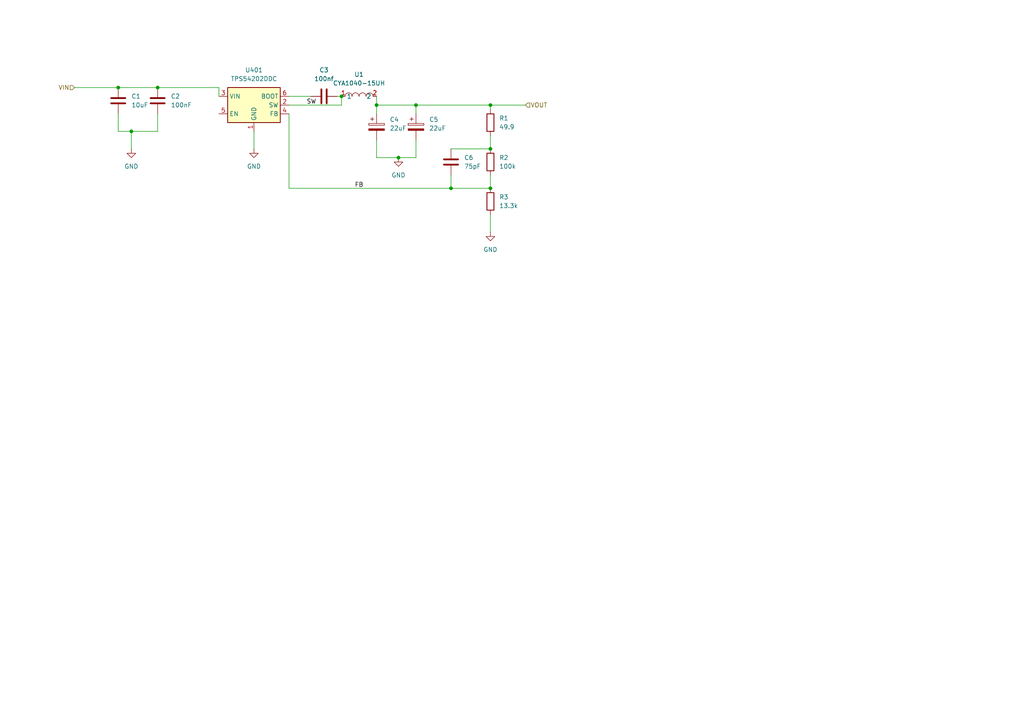
<source format=kicad_sch>
(kicad_sch (version 20231120) (generator "eeschema") (generator_version "8.0")
  (paper "A4")
  (lib_symbols
    (symbol "Device:C" (pin_numbers hide) (pin_names (offset 0.254))
      (property "Reference" "C" (at 0.635 2.54 0))
      (property "Value" "C" (at 0.635 -2.54 0))
      (symbol "C_0_1"
        (polyline (pts (xy -2.032 -0.762) (xy 2.032 -0.762)) (stroke (width 0.508)))
        (polyline (pts (xy -2.032 0.762) (xy 2.032 0.762)) (stroke (width 0.508)))
      )
      (symbol "C_1_1"
        (pin passive line (at 0 3.81 270) (length 2.794) (name "~") (number "1"))
        (pin passive line (at 0 -3.81 90) (length 2.794) (name "~") (number "2"))
      )
    )
    (symbol "Device:C_Polarized" (pin_numbers hide) (pin_names (offset 0.254))
      (property "Reference" "C" (at 0.635 2.54 0))
      (property "Value" "C_Polarized" (at 0.635 -2.54 0))
      (symbol "C_Polarized_0_1"
        (rectangle (start -2.286 0.508) (end 2.286 1.016))
        (polyline (pts (xy -1.778 2.286) (xy -0.762 2.286)))
        (polyline (pts (xy -1.27 2.794) (xy -1.27 1.778)))
        (rectangle (start 2.286 -0.508) (end -2.286 -1.016) (fill (type outline)))
      )
      (symbol "C_Polarized_1_1"
        (pin passive line (at 0 3.81 270) (length 2.794) (name "~") (number "1"))
        (pin passive line (at 0 -3.81 90) (length 2.794) (name "~") (number "2"))
      )
    )
    (symbol "Device:R" (pin_numbers hide) (pin_names (offset 0))
      (property "Reference" "R" (at 2.032 0 90))
      (property "Value" "R" (at 0 0 90))
      (symbol "R_0_1"
        (rectangle (start -1.016 -2.54) (end 1.016 2.54) (stroke (width 0.254)))
      )
      (symbol "R_1_1"
        (pin passive line (at 0 3.81 270) (length 1.27) (name "~") (number "1"))
        (pin passive line (at 0 -3.81 90) (length 1.27) (name "~") (number "2"))
      )
    )
    (symbol "Regulator_Switching:TPS54202DDC"
      (property "Reference" "U" (at -7.62 6.35 0))
      (property "Value" "TPS54202DDC" (at 0 6.35 0))
      (symbol "TPS54202DDC_0_1"
        (rectangle (start -7.62 5.08) (end 7.62 -5.08) (stroke (width 0.254)) (fill (type background)))
      )
      (symbol "TPS54202DDC_1_1"
        (pin power_in line (at 0 -7.62 90) (length 2.54) (name "GND") (number "1"))
        (pin power_out line (at 10.16 0 180) (length 2.54) (name "SW") (number "2"))
        (pin power_in line (at -10.16 2.54 0) (length 2.54) (name "VIN") (number "3"))
        (pin input line (at 10.16 -2.54 180) (length 2.54) (name "FB") (number "4"))
        (pin input line (at -10.16 -2.54 0) (length 2.54) (name "EN") (number "5"))
        (pin passive line (at 10.16 2.54 180) (length 2.54) (name "BOOT") (number "6"))
      )
    )
    (symbol "easyeda2kicad:CYA1040-15UH"
      (property "Reference" "U" (at 0 5.08 0))
      (property "Value" "CYA1040-15UH" (at 0 -5.08 0))
      (symbol "CYA1040-15UH_0_1"
        (arc (start -2.03 0.01) (mid -3.055 1.013) (end -4.06 -0.01))
        (arc (start 0 0.01) (mid -1.025 1.013) (end -2.03 -0.01))
        (arc (start 2.03 0.01) (mid 1.005 1.013) (end 0 -0.01))
        (arc (start 4.06 0.01) (mid 3.035 1.013) (end 2.03 -0.01))
        (pin unspecified line (at -5.08 0 0) (length 1.016) (name "1") (number "1"))
        (pin unspecified line (at 5.08 0 180) (length 1.016) (name "2") (number "2"))
      )
    )
    (symbol "power:GND" (power) (pin_numbers hide) (pin_names (offset 0) hide)
      (property "Value" "GND" (at 0 -3.81 0))
      (symbol "GND_0_1"
        (polyline (pts (xy 0 0) (xy 0 -1.27) (xy 1.27 -1.27) (xy 0 -2.54) (xy -1.27 -1.27) (xy 0 -1.27)))
      )
      (symbol "GND_1_1"
        (pin power_in line (at 0 0 270) (length 0) (name "~") (number "1"))
      )
    )
  )
  (junction (at 142.24 43.18))
  (junction (at 142.24 54.61))
  (junction (at 99.06 27.94))
  (junction (at 142.24 30.48))
  (junction (at 109.22 30.48))
  (junction (at 34.29 25.4))
  (junction (at 115.57 45.72))
  (junction (at 130.81 54.61))
  (junction (at 38.1 38.1))
  (junction (at 45.72 25.4))
  (junction (at 120.65 30.48))
  (wire (pts (xy 109.22 40.64) (xy 109.22 45.72)))
  (wire (pts (xy 34.29 25.4) (xy 45.72 25.4)))
  (wire (pts (xy 142.24 30.48) (xy 142.24 31.75)))
  (wire (pts (xy 142.24 30.48) (xy 152.4 30.48)))
  (wire (pts (xy 109.22 45.72) (xy 115.57 45.72)))
  (wire (pts (xy 142.24 50.8) (xy 142.24 54.61)))
  (wire (pts (xy 73.66 38.1) (xy 73.66 43.18)))
  (wire (pts (xy 120.65 30.48) (xy 120.65 33.02)))
  (wire (pts (xy 142.24 62.23) (xy 142.24 67.31)))
  (wire (pts (xy 130.81 54.61) (xy 130.81 50.8)))
  (wire (pts (xy 45.72 25.4) (xy 63.5 25.4)))
  (wire (pts (xy 83.82 54.61) (xy 130.81 54.61)))
  (wire (pts (xy 120.65 30.48) (xy 142.24 30.48)))
  (wire (pts (xy 109.22 27.94) (xy 109.22 30.48)))
  (wire (pts (xy 45.72 38.1) (xy 38.1 38.1)))
  (wire (pts (xy 34.29 33.02) (xy 34.29 38.1)))
  (wire (pts (xy 130.81 54.61) (xy 142.24 54.61)))
  (wire (pts (xy 142.24 43.18) (xy 130.81 43.18)))
  (wire (pts (xy 38.1 38.1) (xy 38.1 43.18)))
  (wire (pts (xy 109.22 30.48) (xy 120.65 30.48)))
  (wire (pts (xy 115.57 45.72) (xy 120.65 45.72)))
  (wire (pts (xy 83.82 33.02) (xy 83.82 54.61)))
  (wire (pts (xy 45.72 33.02) (xy 45.72 38.1)))
  (wire (pts (xy 63.5 25.4) (xy 63.5 27.94)))
  (wire (pts (xy 21.59 25.4) (xy 34.29 25.4)))
  (wire (pts (xy 83.82 30.48) (xy 99.06 30.48)))
  (wire (pts (xy 97.79 27.94) (xy 99.06 27.94)))
  (wire (pts (xy 142.24 39.37) (xy 142.24 43.18)))
  (wire (pts (xy 120.65 40.64) (xy 120.65 45.72)))
  (wire (pts (xy 99.06 27.94) (xy 99.06 30.48)))
  (wire (pts (xy 83.82 27.94) (xy 90.17 27.94)))
  (wire (pts (xy 34.29 38.1) (xy 38.1 38.1)))
  (wire (pts (xy 109.22 30.48) (xy 109.22 33.02)))
  (label "FB" (at 102.87 54.61 0))
  (label "SW" (at 88.9 30.48 0))
  (hierarchical_label "VIN" (shape input) (at 21.59 25.4 180))
  (hierarchical_label "VOUT" (shape input) (at 152.4 30.48 0))
  (symbol (lib_id "power:GND") (at 142.24 67.31 0) (unit 1)
    (property "Reference" "#PWR04" (effects (hide yes)))
    (property "Value" "GND" (at 142.24 72.39 0))
    (property "Description" "Power symbol creates a global label with name \"GND\" , ground" (effects (hide yes)))
  )
  (symbol (lib_id "power:GND") (at 38.1 43.18 0) (unit 1)
    (property "Reference" "#PWR02" (effects (hide yes)))
    (property "Value" "GND" (at 38.1 48.26 0))
    (property "Description" "Power symbol creates a global label with name \"GND\" , ground" (effects (hide yes)))
  )
  (symbol (lib_id "Device:R") (at 142.24 46.99 0) (unit 1)
    (property "Reference" "R2" (at 144.78 45.7199 0) (effects (justify left)))
    (property "Value" "100k" (at 144.78 48.2599 0) (effects (justify left)))
    (property "Footprint" "Resistor_SMD:R_0603_1608Metric" (effects (hide yes)))
    (property "Description" "Resistor" (effects (hide yes)))
  )
  (symbol (lib_id "Device:C") (at 130.81 46.99 180) (unit 1)
    (property "Reference" "C6" (at 134.62 45.7199 0) (effects (justify right)))
    (property "Value" "75pF" (at 134.62 48.2599 0) (effects (justify right)))
    (property "Footprint" "Capacitor_SMD:C_0603_1608Metric" (effects (hide yes)))
    (property "Description" "Unpolarized capacitor" (effects (hide yes)))
  )
  (symbol (lib_id "Device:C") (at 45.72 29.21 0) (unit 1)
    (property "Reference" "C2" (at 49.53 27.9399 0) (effects (justify left)))
    (property "Value" "100nF" (at 49.53 30.4799 0) (effects (justify left)))
    (property "Footprint" "Capacitor_SMD:C_0603_1608Metric" (effects (hide yes)))
    (property "Description" "Unpolarized capacitor" (effects (hide yes)))
  )
  (symbol (lib_id "Device:R") (at 142.24 35.56 0) (unit 1)
    (property "Reference" "R1" (at 144.78 34.2899 0) (effects (justify left)))
    (property "Value" "49.9" (at 144.78 36.8299 0) (effects (justify left)))
    (property "Footprint" "Resistor_SMD:R_0603_1608Metric" (effects (hide yes)))
    (property "Description" "Resistor" (effects (hide yes)))
  )
  (symbol (lib_id "Regulator_Switching:TPS54202DDC") (at 73.66 30.48 0) (unit 1)
    (property "Reference" "U401" (at 73.66 20.32 0))
    (property "Value" "TPS54202DDC" (at 73.66 22.86 0))
    (property "Footprint" "Package_TO_SOT_SMD:SOT-23-6" (effects (hide yes)))
    (property "Datasheet" "http://www.ti.com/lit/ds/symlink/tps54202.pdf" (effects (hide yes)))
    (property "Description" "2A, 4.5 to 28V Input, EMI Friendly integrated switch synchronous step-down regulator, pulse-skipping, SOT-23-6" (effects (hide yes)))
  )
  (symbol (lib_id "Device:C") (at 34.29 29.21 0) (unit 1)
    (property "Reference" "C1" (at 38.1 27.9399 0) (effects (justify left)))
    (property "Value" "10uF" (at 38.1 30.4799 0) (effects (justify left)))
    (property "Footprint" "Capacitor_SMD:C_0603_1608Metric" (effects (hide yes)))
    (property "Description" "Unpolarized capacitor" (effects (hide yes)))
  )
  (symbol (lib_id "power:GND") (at 115.57 45.72 0) (unit 1)
    (property "Reference" "#PWR03" (effects (hide yes)))
    (property "Value" "GND" (at 115.57 50.8 0))
    (property "Description" "Power symbol creates a global label with name \"GND\" , ground" (effects (hide yes)))
  )
  (symbol (lib_id "Device:C_Polarized") (at 120.65 36.83 0) (unit 1)
    (property "Reference" "C5" (at 124.46 34.6709 0) (effects (justify left)))
    (property "Value" "22uF" (at 124.46 37.2109 0) (effects (justify left)))
    (property "Footprint" "Capacitor_SMD:C_Elec_5x5.8" (effects (hide yes)))
    (property "Description" "Polarized capacitor" (effects (hide yes)))
    (property "LCSC Part" "C336246" (effects (hide yes)))
  )
  (symbol (lib_id "easyeda2kicad:CYA1040-15UH") (at 104.14 27.94 0) (unit 1)
    (property "Reference" "U1" (at 104.14 21.59 0))
    (property "Value" "CYA1040-15UH" (at 104.14 24.13 0))
    (property "Footprint" "easyeda2kicad:IND-SMD_L11.6-W10.1" (effects (hide yes)))
    (property "LCSC Part" "C6364678" (effects (hide yes)))
  )
  (symbol (lib_id "Device:C") (at 93.98 27.94 90) (unit 1)
    (property "Reference" "C3" (at 93.98 20.32 90))
    (property "Value" "100nf" (at 93.98 22.86 90))
    (property "Footprint" "Capacitor_SMD:C_0603_1608Metric" (effects (hide yes)))
    (property "Description" "Unpolarized capacitor" (effects (hide yes)))
  )
  (symbol (lib_id "Device:C_Polarized") (at 109.22 36.83 0) (unit 1)
    (property "Reference" "C4" (at 113.03 34.6709 0) (effects (justify left)))
    (property "Value" "22uF" (at 113.03 37.2109 0) (effects (justify left)))
    (property "Footprint" "Capacitor_SMD:C_Elec_5x5.8" (effects (hide yes)))
    (property "Description" "Polarized capacitor" (effects (hide yes)))
    (property "LCSC Part" "C336246" (effects (hide yes)))
  )
  (symbol (lib_id "Device:R") (at 142.24 58.42 0) (unit 1)
    (property "Reference" "R3" (at 144.78 57.1499 0) (effects (justify left)))
    (property "Value" "13.3k" (at 144.78 59.6899 0) (effects (justify left)))
    (property "Footprint" "Resistor_SMD:R_0603_1608Metric" (effects (hide yes)))
    (property "Description" "Resistor" (effects (hide yes)))
  )
  (symbol (lib_id "power:GND") (at 73.66 43.18 0) (unit 1)
    (property "Reference" "#PWR01" (effects (hide yes)))
    (property "Value" "GND" (at 73.66 48.26 0))
    (property "Description" "Power symbol creates a global label with name \"GND\" , ground" (effects (hide yes)))
  )
)
</source>
